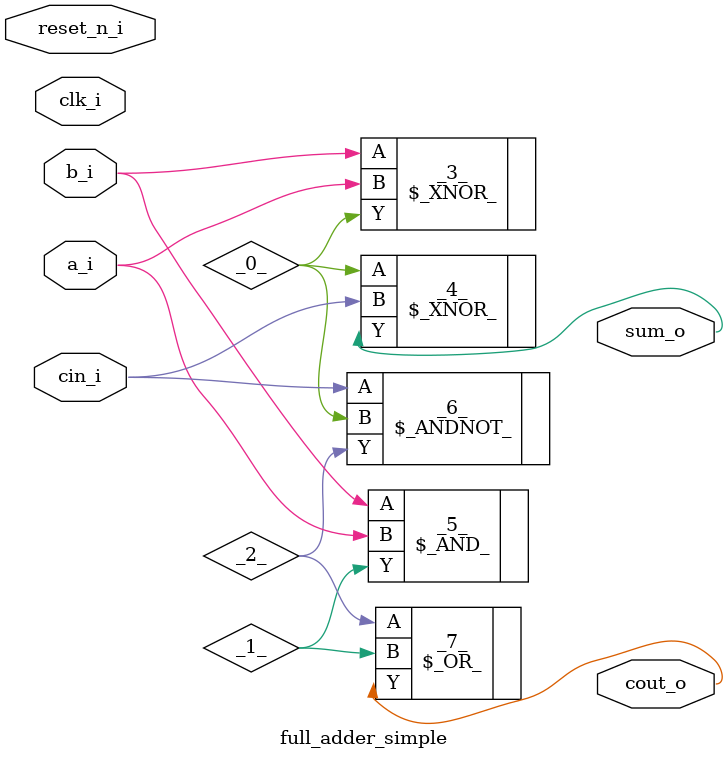
<source format=v>
/* Generated by Yosys 0.55 (git sha1 60f126cd00c94892782470192d6c9f7abebe7c05, clang++ 17.0.0 -fPIC -O3) */

module full_adder_simple(clk_i, reset_n_i, a_i, b_i, cin_i, sum_o, cout_o);
  wire _0_;
  wire _1_;
  wire _2_;
  input a_i;
  wire a_i;
  input b_i;
  wire b_i;
  input cin_i;
  wire cin_i;
  input clk_i;
  wire clk_i;
  output cout_o;
  wire cout_o;
  input reset_n_i;
  wire reset_n_i;
  output sum_o;
  wire sum_o;
  \$_XNOR_  _3_ (
    .A(b_i),
    .B(a_i),
    .Y(_0_)
  );
  \$_XNOR_  _4_ (
    .A(_0_),
    .B(cin_i),
    .Y(sum_o)
  );
  \$_AND_  _5_ (
    .A(b_i),
    .B(a_i),
    .Y(_1_)
  );
  \$_ANDNOT_  _6_ (
    .A(cin_i),
    .B(_0_),
    .Y(_2_)
  );
  \$_OR_  _7_ (
    .A(_2_),
    .B(_1_),
    .Y(cout_o)
  );
endmodule

</source>
